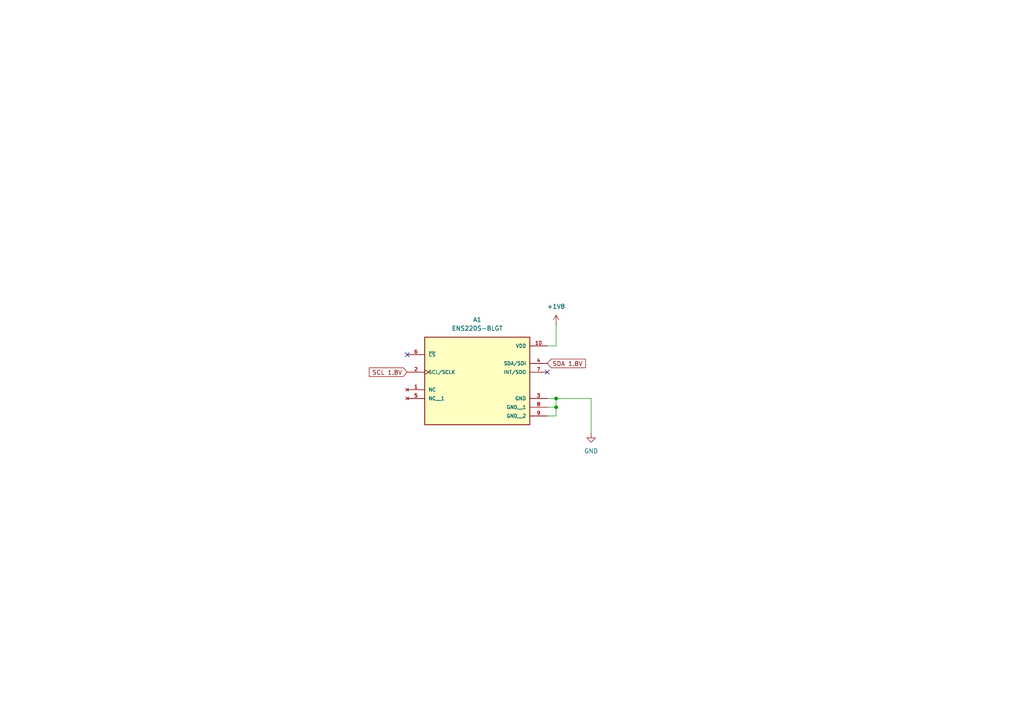
<source format=kicad_sch>
(kicad_sch (version 20250114) (generator "eeschema") (generator_version "9.0")
  (paper "A4")
  (lib_symbols
    (symbol "ENS220S-BLGT:ENS220S-BLGT" (pin_names (offset 1.016))
      (property "Reference" "A" (at -15.24 11.43 0))
      (property "Value" "ENS220S-BLGT" (at -15.24 -17.78 0))
      (symbol "ENS220S-BLGT_0_0"
        (rectangle (start -15.24 -15.24) (end 15.24 10.16) (stroke (width 0.254)) (fill (type background)))
        (pin input line (at -20.32 5.08 0) (length 5.08) (name "~{CS}") (number "6"))
        (pin input clock (at -20.32 0 0) (length 5.08) (name "SCL/SCLK") (number "2"))
        (pin no_connect line (at -20.32 -5.08 0) (length 5.08) (name "NC") (number "1"))
        (pin no_connect line (at -20.32 -7.62 0) (length 5.08) (name "NC__1") (number "5"))
        (pin power_in line (at 20.32 7.62 180) (length 5.08) (name "VDD") (number "10"))
        (pin bidirectional line (at 20.32 2.54 180) (length 5.08) (name "SDA/SDI") (number "4"))
        (pin output line (at 20.32 0 180) (length 5.08) (name "INT/SDO") (number "7"))
        (pin power_in line (at 20.32 -7.62 180) (length 5.08) (name "GND") (number "3"))
        (pin power_in line (at 20.32 -10.16 180) (length 5.08) (name "GND__1") (number "8"))
        (pin power_in line (at 20.32 -12.7 180) (length 5.08) (name "GND__2") (number "9"))
      )
    )
    (symbol "power:+1V8" (power) (pin_numbers (hide yes)) (pin_names (offset 0) (hide yes))
      (property "Value" "+1V8" (at 0 3.556 0))
      (symbol "+1V8_0_1"
        (polyline (pts (xy -0.762 1.27) (xy 0 2.54)))
        (polyline (pts (xy 0 2.54) (xy 0.762 1.27)))
        (polyline (pts (xy 0 0) (xy 0 2.54)))
      )
      (symbol "+1V8_1_1"
        (pin power_in line (at 0 0 90) (length 0) (name "~") (number "1"))
      )
    )
    (symbol "power:GND" (power) (pin_numbers (hide yes)) (pin_names (offset 0) (hide yes))
      (property "Value" "GND" (at 0 -3.81 0))
      (symbol "GND_0_1"
        (polyline (pts (xy 0 0) (xy 0 -1.27) (xy 1.27 -1.27) (xy 0 -2.54) (xy -1.27 -1.27) (xy 0 -1.27)))
      )
      (symbol "GND_1_1"
        (pin power_in line (at 0 0 270) (length 0) (name "~") (number "1"))
      )
    )
  )
  (junction (at 161.29 115.57))
  (junction (at 161.29 118.11))
  (no_connect (at 118.11 102.87))
  (no_connect (at 158.75 107.95))
  (wire (pts (xy 161.29 115.57) (xy 171.45 115.57)))
  (wire (pts (xy 158.75 120.65) (xy 161.29 120.65)))
  (wire (pts (xy 158.75 115.57) (xy 161.29 115.57)))
  (wire (pts (xy 158.75 118.11) (xy 161.29 118.11)))
  (wire (pts (xy 161.29 100.33) (xy 158.75 100.33)))
  (wire (pts (xy 161.29 118.11) (xy 161.29 120.65)))
  (wire (pts (xy 161.29 115.57) (xy 161.29 118.11)))
  (wire (pts (xy 161.29 93.98) (xy 161.29 100.33)))
  (wire (pts (xy 171.45 115.57) (xy 171.45 125.73)))
  (global_label "SDA 1.8V" (shape input) (at 158.75 105.41 0) (property "Intersheetrefs" "${INTERSHEET_REFS}" (effects (hide yes))))
  (global_label "SCL 1.8V" (shape input) (at 118.11 107.95 180) (property "Intersheetrefs" "${INTERSHEET_REFS}" (effects (hide yes))))
  (symbol (lib_id "ENS220S-BLGT:ENS220S-BLGT") (at 138.43 107.95 0) (unit 1)
    (property "Reference" "A1" (at 138.43 92.71 0))
    (property "Value" "ENS220S-BLGT" (at 138.43 95.25 0))
    (property "Footprint" "Package_LGA:ST_HLGA-10_2x2mm_P0.5mm_LayoutBorder3x2y" (effects (hide yes)))
    (property "PARTREV" "1.0" (effects (hide yes)))
    (property "STANDARD" "Manufacturer Recommendations" (effects (hide yes)))
    (property "MAXIMUM_PACKAGE_HEIGHT" "0.8 mm" (effects (hide yes)))
    (property "MANUFACTURER" "ScioSense" (effects (hide yes)))
  )
  (symbol (lib_id "power:+1V8") (at 161.29 93.98 0) (unit 1)
    (property "Reference" "#PWR081" (effects (hide yes)))
    (property "Value" "+1V8" (at 161.29 88.9 0))
    (property "Description" "Power symbol creates a global label with name \"+1V8\"" (effects (hide yes)))
  )
  (symbol (lib_id "power:GND") (at 171.45 125.73 0) (unit 1)
    (property "Reference" "#PWR083" (effects (hide yes)))
    (property "Value" "GND" (at 171.45 130.81 0))
    (property "Description" "Power symbol creates a global label with name \"GND\" , ground" (effects (hide yes)))
  )
)
</source>
